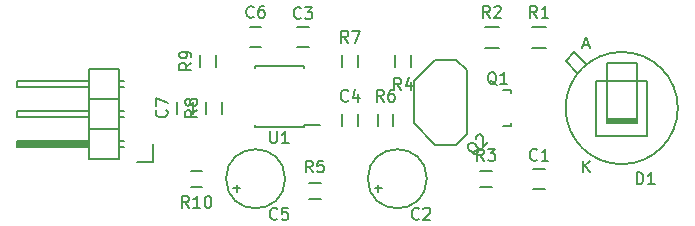
<source format=gto>
G04 #@! TF.FileFunction,Legend,Top*
%FSLAX46Y46*%
G04 Gerber Fmt 4.6, Leading zero omitted, Abs format (unit mm)*
G04 Created by KiCad (PCBNEW (2015-01-16 BZR 5376)-product) date 13/04/2015 08:52:01*
%MOMM*%
G01*
G04 APERTURE LIST*
%ADD10C,0.100000*%
%ADD11C,0.150000*%
G04 APERTURE END LIST*
D10*
D11*
X73100080Y-61784100D02*
X73699520Y-61784100D01*
X73399800Y-62083820D02*
X73399800Y-61484380D01*
X77499360Y-60984000D02*
G75*
G03X77499360Y-60984000I-2499360J0D01*
G01*
X66500000Y-49850000D02*
X67500000Y-49850000D01*
X67500000Y-48150000D02*
X66500000Y-48150000D01*
X63500000Y-48150000D02*
X62500000Y-48150000D01*
X62500000Y-49850000D02*
X63500000Y-49850000D01*
X84650240Y-56299160D02*
X84650240Y-56250900D01*
X83949200Y-53500180D02*
X84650240Y-53500180D01*
X84650240Y-53500180D02*
X84650240Y-53749100D01*
X84650240Y-56299160D02*
X84650240Y-56499820D01*
X84650240Y-56499820D02*
X83949200Y-56499820D01*
X67075000Y-56575000D02*
X67075000Y-56430000D01*
X62925000Y-56575000D02*
X62925000Y-56430000D01*
X62925000Y-51425000D02*
X62925000Y-51570000D01*
X67075000Y-51425000D02*
X67075000Y-51570000D01*
X67075000Y-56575000D02*
X62925000Y-56575000D01*
X67075000Y-51425000D02*
X62925000Y-51425000D01*
X67075000Y-56430000D02*
X68475000Y-56430000D01*
X87500000Y-60150000D02*
X86500000Y-60150000D01*
X86500000Y-61850000D02*
X87500000Y-61850000D01*
X61100080Y-61784100D02*
X61699520Y-61784100D01*
X61399800Y-62083820D02*
X61399800Y-61484380D01*
X65499360Y-60984000D02*
G75*
G03X65499360Y-60984000I-2499360J0D01*
G01*
X87600000Y-49875000D02*
X86400000Y-49875000D01*
X86400000Y-48125000D02*
X87600000Y-48125000D01*
X83600000Y-49875000D02*
X82400000Y-49875000D01*
X82400000Y-48125000D02*
X83600000Y-48125000D01*
X92730000Y-56016000D02*
X95270000Y-56016000D01*
X95270000Y-56016000D02*
X95270000Y-56143000D01*
X95270000Y-56143000D02*
X92730000Y-56143000D01*
X92730000Y-55889000D02*
X95270000Y-55889000D01*
X95270000Y-56270000D02*
X92730000Y-56270000D01*
X92730000Y-56270000D02*
X92730000Y-51190000D01*
X92730000Y-51190000D02*
X95270000Y-51190000D01*
X95270000Y-51190000D02*
X95270000Y-56270000D01*
X91000000Y-51250000D02*
X90000000Y-50250000D01*
X90000000Y-50250000D02*
X89250000Y-51000000D01*
X89250000Y-51000000D02*
X90250000Y-52000000D01*
X98750000Y-55000000D02*
G75*
G03X98750000Y-55000000I-4750000J0D01*
G01*
X91850000Y-52675000D02*
X91850000Y-57325000D01*
X91850000Y-52675000D02*
X96150000Y-52675000D01*
X96150000Y-52675000D02*
X96150000Y-57325000D01*
X96150000Y-57325000D02*
X91875000Y-57325000D01*
X71675000Y-55500000D02*
X71675000Y-56500000D01*
X70325000Y-56500000D02*
X70325000Y-55500000D01*
X57675000Y-54500000D02*
X57675000Y-55500000D01*
X56325000Y-55500000D02*
X56325000Y-54500000D01*
X83000000Y-61675000D02*
X82000000Y-61675000D01*
X82000000Y-60325000D02*
X83000000Y-60325000D01*
X74825000Y-51500000D02*
X74825000Y-50500000D01*
X76175000Y-50500000D02*
X76175000Y-51500000D01*
X68500000Y-62675000D02*
X67500000Y-62675000D01*
X67500000Y-61325000D02*
X68500000Y-61325000D01*
X74675000Y-55500000D02*
X74675000Y-56500000D01*
X73325000Y-56500000D02*
X73325000Y-55500000D01*
X71675000Y-50500000D02*
X71675000Y-51500000D01*
X70325000Y-51500000D02*
X70325000Y-50500000D01*
X60175000Y-54500000D02*
X60175000Y-55500000D01*
X58825000Y-55500000D02*
X58825000Y-54500000D01*
X59675000Y-50500000D02*
X59675000Y-51500000D01*
X58325000Y-51500000D02*
X58325000Y-50500000D01*
X58500000Y-61675000D02*
X57500000Y-61675000D01*
X57500000Y-60325000D02*
X58500000Y-60325000D01*
X80898026Y-57194077D02*
X80898026Y-51805923D01*
X80898026Y-51805923D02*
X80000000Y-50907898D01*
X80000000Y-50907898D02*
X78203949Y-50907898D01*
X78203949Y-50907898D02*
X76407898Y-52703949D01*
X76407898Y-52703949D02*
X76407898Y-56296051D01*
X76407898Y-56296051D02*
X78203949Y-58092102D01*
X78203949Y-58092102D02*
X80000000Y-58092102D01*
X80000000Y-58092102D02*
X80898026Y-57194077D01*
X54300000Y-59550000D02*
X54300000Y-58000000D01*
X53000000Y-59550000D02*
X54300000Y-59550000D01*
X48809000Y-58127000D02*
X42967000Y-58127000D01*
X42967000Y-58127000D02*
X42967000Y-57873000D01*
X42967000Y-57873000D02*
X48809000Y-57873000D01*
X48809000Y-57873000D02*
X48809000Y-58000000D01*
X48809000Y-58000000D02*
X42967000Y-58000000D01*
X51476000Y-58254000D02*
X51857000Y-58254000D01*
X51476000Y-57746000D02*
X51857000Y-57746000D01*
X51476000Y-55714000D02*
X51857000Y-55714000D01*
X51476000Y-55206000D02*
X51857000Y-55206000D01*
X51476000Y-53174000D02*
X51857000Y-53174000D01*
X51476000Y-52666000D02*
X51857000Y-52666000D01*
X48936000Y-56730000D02*
X48936000Y-59270000D01*
X42840000Y-57746000D02*
X48936000Y-57746000D01*
X42840000Y-58254000D02*
X42840000Y-57746000D01*
X48936000Y-58254000D02*
X42840000Y-58254000D01*
X51476000Y-56730000D02*
X48936000Y-56730000D01*
X51476000Y-59270000D02*
X51476000Y-56730000D01*
X51476000Y-59270000D02*
X48936000Y-59270000D01*
X51476000Y-54190000D02*
X48936000Y-54190000D01*
X51476000Y-54190000D02*
X51476000Y-51650000D01*
X48936000Y-53174000D02*
X42840000Y-53174000D01*
X42840000Y-53174000D02*
X42840000Y-52666000D01*
X42840000Y-52666000D02*
X48936000Y-52666000D01*
X48936000Y-51650000D02*
X48936000Y-54190000D01*
X48936000Y-54190000D02*
X48936000Y-56730000D01*
X42840000Y-55206000D02*
X48936000Y-55206000D01*
X42840000Y-55714000D02*
X42840000Y-55206000D01*
X48936000Y-55714000D02*
X42840000Y-55714000D01*
X51476000Y-54190000D02*
X48936000Y-54190000D01*
X51476000Y-56730000D02*
X51476000Y-54190000D01*
X51476000Y-56730000D02*
X48936000Y-56730000D01*
X51476000Y-51650000D02*
X48936000Y-51650000D01*
X76833334Y-64357143D02*
X76785715Y-64404762D01*
X76642858Y-64452381D01*
X76547620Y-64452381D01*
X76404762Y-64404762D01*
X76309524Y-64309524D01*
X76261905Y-64214286D01*
X76214286Y-64023810D01*
X76214286Y-63880952D01*
X76261905Y-63690476D01*
X76309524Y-63595238D01*
X76404762Y-63500000D01*
X76547620Y-63452381D01*
X76642858Y-63452381D01*
X76785715Y-63500000D01*
X76833334Y-63547619D01*
X77214286Y-63547619D02*
X77261905Y-63500000D01*
X77357143Y-63452381D01*
X77595239Y-63452381D01*
X77690477Y-63500000D01*
X77738096Y-63547619D01*
X77785715Y-63642857D01*
X77785715Y-63738095D01*
X77738096Y-63880952D01*
X77166667Y-64452381D01*
X77785715Y-64452381D01*
X66833334Y-47357143D02*
X66785715Y-47404762D01*
X66642858Y-47452381D01*
X66547620Y-47452381D01*
X66404762Y-47404762D01*
X66309524Y-47309524D01*
X66261905Y-47214286D01*
X66214286Y-47023810D01*
X66214286Y-46880952D01*
X66261905Y-46690476D01*
X66309524Y-46595238D01*
X66404762Y-46500000D01*
X66547620Y-46452381D01*
X66642858Y-46452381D01*
X66785715Y-46500000D01*
X66833334Y-46547619D01*
X67166667Y-46452381D02*
X67785715Y-46452381D01*
X67452381Y-46833333D01*
X67595239Y-46833333D01*
X67690477Y-46880952D01*
X67738096Y-46928571D01*
X67785715Y-47023810D01*
X67785715Y-47261905D01*
X67738096Y-47357143D01*
X67690477Y-47404762D01*
X67595239Y-47452381D01*
X67309524Y-47452381D01*
X67214286Y-47404762D01*
X67166667Y-47357143D01*
X62833334Y-47257143D02*
X62785715Y-47304762D01*
X62642858Y-47352381D01*
X62547620Y-47352381D01*
X62404762Y-47304762D01*
X62309524Y-47209524D01*
X62261905Y-47114286D01*
X62214286Y-46923810D01*
X62214286Y-46780952D01*
X62261905Y-46590476D01*
X62309524Y-46495238D01*
X62404762Y-46400000D01*
X62547620Y-46352381D01*
X62642858Y-46352381D01*
X62785715Y-46400000D01*
X62833334Y-46447619D01*
X63690477Y-46352381D02*
X63500000Y-46352381D01*
X63404762Y-46400000D01*
X63357143Y-46447619D01*
X63261905Y-46590476D01*
X63214286Y-46780952D01*
X63214286Y-47161905D01*
X63261905Y-47257143D01*
X63309524Y-47304762D01*
X63404762Y-47352381D01*
X63595239Y-47352381D01*
X63690477Y-47304762D01*
X63738096Y-47257143D01*
X63785715Y-47161905D01*
X63785715Y-46923810D01*
X63738096Y-46828571D01*
X63690477Y-46780952D01*
X63595239Y-46733333D01*
X63404762Y-46733333D01*
X63309524Y-46780952D01*
X63261905Y-46828571D01*
X63214286Y-46923810D01*
X83404762Y-53047619D02*
X83309524Y-53000000D01*
X83214286Y-52904762D01*
X83071429Y-52761905D01*
X82976190Y-52714286D01*
X82880952Y-52714286D01*
X82928571Y-52952381D02*
X82833333Y-52904762D01*
X82738095Y-52809524D01*
X82690476Y-52619048D01*
X82690476Y-52285714D01*
X82738095Y-52095238D01*
X82833333Y-52000000D01*
X82928571Y-51952381D01*
X83119048Y-51952381D01*
X83214286Y-52000000D01*
X83309524Y-52095238D01*
X83357143Y-52285714D01*
X83357143Y-52619048D01*
X83309524Y-52809524D01*
X83214286Y-52904762D01*
X83119048Y-52952381D01*
X82928571Y-52952381D01*
X84309524Y-52952381D02*
X83738095Y-52952381D01*
X84023809Y-52952381D02*
X84023809Y-51952381D01*
X83928571Y-52095238D01*
X83833333Y-52190476D01*
X83738095Y-52238095D01*
X64238095Y-56952381D02*
X64238095Y-57761905D01*
X64285714Y-57857143D01*
X64333333Y-57904762D01*
X64428571Y-57952381D01*
X64619048Y-57952381D01*
X64714286Y-57904762D01*
X64761905Y-57857143D01*
X64809524Y-57761905D01*
X64809524Y-56952381D01*
X65809524Y-57952381D02*
X65238095Y-57952381D01*
X65523809Y-57952381D02*
X65523809Y-56952381D01*
X65428571Y-57095238D01*
X65333333Y-57190476D01*
X65238095Y-57238095D01*
X86833334Y-59357143D02*
X86785715Y-59404762D01*
X86642858Y-59452381D01*
X86547620Y-59452381D01*
X86404762Y-59404762D01*
X86309524Y-59309524D01*
X86261905Y-59214286D01*
X86214286Y-59023810D01*
X86214286Y-58880952D01*
X86261905Y-58690476D01*
X86309524Y-58595238D01*
X86404762Y-58500000D01*
X86547620Y-58452381D01*
X86642858Y-58452381D01*
X86785715Y-58500000D01*
X86833334Y-58547619D01*
X87785715Y-59452381D02*
X87214286Y-59452381D01*
X87500000Y-59452381D02*
X87500000Y-58452381D01*
X87404762Y-58595238D01*
X87309524Y-58690476D01*
X87214286Y-58738095D01*
X64833334Y-64357143D02*
X64785715Y-64404762D01*
X64642858Y-64452381D01*
X64547620Y-64452381D01*
X64404762Y-64404762D01*
X64309524Y-64309524D01*
X64261905Y-64214286D01*
X64214286Y-64023810D01*
X64214286Y-63880952D01*
X64261905Y-63690476D01*
X64309524Y-63595238D01*
X64404762Y-63500000D01*
X64547620Y-63452381D01*
X64642858Y-63452381D01*
X64785715Y-63500000D01*
X64833334Y-63547619D01*
X65738096Y-63452381D02*
X65261905Y-63452381D01*
X65214286Y-63928571D01*
X65261905Y-63880952D01*
X65357143Y-63833333D01*
X65595239Y-63833333D01*
X65690477Y-63880952D01*
X65738096Y-63928571D01*
X65785715Y-64023810D01*
X65785715Y-64261905D01*
X65738096Y-64357143D01*
X65690477Y-64404762D01*
X65595239Y-64452381D01*
X65357143Y-64452381D01*
X65261905Y-64404762D01*
X65214286Y-64357143D01*
X86833334Y-47352381D02*
X86500000Y-46876190D01*
X86261905Y-47352381D02*
X86261905Y-46352381D01*
X86642858Y-46352381D01*
X86738096Y-46400000D01*
X86785715Y-46447619D01*
X86833334Y-46542857D01*
X86833334Y-46685714D01*
X86785715Y-46780952D01*
X86738096Y-46828571D01*
X86642858Y-46876190D01*
X86261905Y-46876190D01*
X87785715Y-47352381D02*
X87214286Y-47352381D01*
X87500000Y-47352381D02*
X87500000Y-46352381D01*
X87404762Y-46495238D01*
X87309524Y-46590476D01*
X87214286Y-46638095D01*
X82833334Y-47352381D02*
X82500000Y-46876190D01*
X82261905Y-47352381D02*
X82261905Y-46352381D01*
X82642858Y-46352381D01*
X82738096Y-46400000D01*
X82785715Y-46447619D01*
X82833334Y-46542857D01*
X82833334Y-46685714D01*
X82785715Y-46780952D01*
X82738096Y-46828571D01*
X82642858Y-46876190D01*
X82261905Y-46876190D01*
X83214286Y-46447619D02*
X83261905Y-46400000D01*
X83357143Y-46352381D01*
X83595239Y-46352381D01*
X83690477Y-46400000D01*
X83738096Y-46447619D01*
X83785715Y-46542857D01*
X83785715Y-46638095D01*
X83738096Y-46780952D01*
X83166667Y-47352381D01*
X83785715Y-47352381D01*
X95261905Y-61452381D02*
X95261905Y-60452381D01*
X95500000Y-60452381D01*
X95642858Y-60500000D01*
X95738096Y-60595238D01*
X95785715Y-60690476D01*
X95833334Y-60880952D01*
X95833334Y-61023810D01*
X95785715Y-61214286D01*
X95738096Y-61309524D01*
X95642858Y-61404762D01*
X95500000Y-61452381D01*
X95261905Y-61452381D01*
X96785715Y-61452381D02*
X96214286Y-61452381D01*
X96500000Y-61452381D02*
X96500000Y-60452381D01*
X96404762Y-60595238D01*
X96309524Y-60690476D01*
X96214286Y-60738095D01*
X90761905Y-49666667D02*
X91238096Y-49666667D01*
X90666667Y-49952381D02*
X91000000Y-48952381D01*
X91333334Y-49952381D01*
X90738095Y-60452381D02*
X90738095Y-59452381D01*
X91309524Y-60452381D02*
X90880952Y-59880952D01*
X91309524Y-59452381D02*
X90738095Y-60023810D01*
X70833334Y-54357143D02*
X70785715Y-54404762D01*
X70642858Y-54452381D01*
X70547620Y-54452381D01*
X70404762Y-54404762D01*
X70309524Y-54309524D01*
X70261905Y-54214286D01*
X70214286Y-54023810D01*
X70214286Y-53880952D01*
X70261905Y-53690476D01*
X70309524Y-53595238D01*
X70404762Y-53500000D01*
X70547620Y-53452381D01*
X70642858Y-53452381D01*
X70785715Y-53500000D01*
X70833334Y-53547619D01*
X71690477Y-53785714D02*
X71690477Y-54452381D01*
X71452381Y-53404762D02*
X71214286Y-54119048D01*
X71833334Y-54119048D01*
X55457143Y-55166666D02*
X55504762Y-55214285D01*
X55552381Y-55357142D01*
X55552381Y-55452380D01*
X55504762Y-55595238D01*
X55409524Y-55690476D01*
X55314286Y-55738095D01*
X55123810Y-55785714D01*
X54980952Y-55785714D01*
X54790476Y-55738095D01*
X54695238Y-55690476D01*
X54600000Y-55595238D01*
X54552381Y-55452380D01*
X54552381Y-55357142D01*
X54600000Y-55214285D01*
X54647619Y-55166666D01*
X54552381Y-54833333D02*
X54552381Y-54166666D01*
X55552381Y-54595238D01*
X82333334Y-59452381D02*
X82000000Y-58976190D01*
X81761905Y-59452381D02*
X81761905Y-58452381D01*
X82142858Y-58452381D01*
X82238096Y-58500000D01*
X82285715Y-58547619D01*
X82333334Y-58642857D01*
X82333334Y-58785714D01*
X82285715Y-58880952D01*
X82238096Y-58928571D01*
X82142858Y-58976190D01*
X81761905Y-58976190D01*
X82666667Y-58452381D02*
X83285715Y-58452381D01*
X82952381Y-58833333D01*
X83095239Y-58833333D01*
X83190477Y-58880952D01*
X83238096Y-58928571D01*
X83285715Y-59023810D01*
X83285715Y-59261905D01*
X83238096Y-59357143D01*
X83190477Y-59404762D01*
X83095239Y-59452381D01*
X82809524Y-59452381D01*
X82714286Y-59404762D01*
X82666667Y-59357143D01*
X75333334Y-53452381D02*
X75000000Y-52976190D01*
X74761905Y-53452381D02*
X74761905Y-52452381D01*
X75142858Y-52452381D01*
X75238096Y-52500000D01*
X75285715Y-52547619D01*
X75333334Y-52642857D01*
X75333334Y-52785714D01*
X75285715Y-52880952D01*
X75238096Y-52928571D01*
X75142858Y-52976190D01*
X74761905Y-52976190D01*
X76190477Y-52785714D02*
X76190477Y-53452381D01*
X75952381Y-52404762D02*
X75714286Y-53119048D01*
X76333334Y-53119048D01*
X67833334Y-60452381D02*
X67500000Y-59976190D01*
X67261905Y-60452381D02*
X67261905Y-59452381D01*
X67642858Y-59452381D01*
X67738096Y-59500000D01*
X67785715Y-59547619D01*
X67833334Y-59642857D01*
X67833334Y-59785714D01*
X67785715Y-59880952D01*
X67738096Y-59928571D01*
X67642858Y-59976190D01*
X67261905Y-59976190D01*
X68738096Y-59452381D02*
X68261905Y-59452381D01*
X68214286Y-59928571D01*
X68261905Y-59880952D01*
X68357143Y-59833333D01*
X68595239Y-59833333D01*
X68690477Y-59880952D01*
X68738096Y-59928571D01*
X68785715Y-60023810D01*
X68785715Y-60261905D01*
X68738096Y-60357143D01*
X68690477Y-60404762D01*
X68595239Y-60452381D01*
X68357143Y-60452381D01*
X68261905Y-60404762D01*
X68214286Y-60357143D01*
X73833334Y-54452381D02*
X73500000Y-53976190D01*
X73261905Y-54452381D02*
X73261905Y-53452381D01*
X73642858Y-53452381D01*
X73738096Y-53500000D01*
X73785715Y-53547619D01*
X73833334Y-53642857D01*
X73833334Y-53785714D01*
X73785715Y-53880952D01*
X73738096Y-53928571D01*
X73642858Y-53976190D01*
X73261905Y-53976190D01*
X74690477Y-53452381D02*
X74500000Y-53452381D01*
X74404762Y-53500000D01*
X74357143Y-53547619D01*
X74261905Y-53690476D01*
X74214286Y-53880952D01*
X74214286Y-54261905D01*
X74261905Y-54357143D01*
X74309524Y-54404762D01*
X74404762Y-54452381D01*
X74595239Y-54452381D01*
X74690477Y-54404762D01*
X74738096Y-54357143D01*
X74785715Y-54261905D01*
X74785715Y-54023810D01*
X74738096Y-53928571D01*
X74690477Y-53880952D01*
X74595239Y-53833333D01*
X74404762Y-53833333D01*
X74309524Y-53880952D01*
X74261905Y-53928571D01*
X74214286Y-54023810D01*
X70833334Y-49452381D02*
X70500000Y-48976190D01*
X70261905Y-49452381D02*
X70261905Y-48452381D01*
X70642858Y-48452381D01*
X70738096Y-48500000D01*
X70785715Y-48547619D01*
X70833334Y-48642857D01*
X70833334Y-48785714D01*
X70785715Y-48880952D01*
X70738096Y-48928571D01*
X70642858Y-48976190D01*
X70261905Y-48976190D01*
X71166667Y-48452381D02*
X71833334Y-48452381D01*
X71404762Y-49452381D01*
X58052381Y-55166666D02*
X57576190Y-55500000D01*
X58052381Y-55738095D02*
X57052381Y-55738095D01*
X57052381Y-55357142D01*
X57100000Y-55261904D01*
X57147619Y-55214285D01*
X57242857Y-55166666D01*
X57385714Y-55166666D01*
X57480952Y-55214285D01*
X57528571Y-55261904D01*
X57576190Y-55357142D01*
X57576190Y-55738095D01*
X57480952Y-54595238D02*
X57433333Y-54690476D01*
X57385714Y-54738095D01*
X57290476Y-54785714D01*
X57242857Y-54785714D01*
X57147619Y-54738095D01*
X57100000Y-54690476D01*
X57052381Y-54595238D01*
X57052381Y-54404761D01*
X57100000Y-54309523D01*
X57147619Y-54261904D01*
X57242857Y-54214285D01*
X57290476Y-54214285D01*
X57385714Y-54261904D01*
X57433333Y-54309523D01*
X57480952Y-54404761D01*
X57480952Y-54595238D01*
X57528571Y-54690476D01*
X57576190Y-54738095D01*
X57671429Y-54785714D01*
X57861905Y-54785714D01*
X57957143Y-54738095D01*
X58004762Y-54690476D01*
X58052381Y-54595238D01*
X58052381Y-54404761D01*
X58004762Y-54309523D01*
X57957143Y-54261904D01*
X57861905Y-54214285D01*
X57671429Y-54214285D01*
X57576190Y-54261904D01*
X57528571Y-54309523D01*
X57480952Y-54404761D01*
X57552381Y-51166666D02*
X57076190Y-51500000D01*
X57552381Y-51738095D02*
X56552381Y-51738095D01*
X56552381Y-51357142D01*
X56600000Y-51261904D01*
X56647619Y-51214285D01*
X56742857Y-51166666D01*
X56885714Y-51166666D01*
X56980952Y-51214285D01*
X57028571Y-51261904D01*
X57076190Y-51357142D01*
X57076190Y-51738095D01*
X57552381Y-50690476D02*
X57552381Y-50500000D01*
X57504762Y-50404761D01*
X57457143Y-50357142D01*
X57314286Y-50261904D01*
X57123810Y-50214285D01*
X56742857Y-50214285D01*
X56647619Y-50261904D01*
X56600000Y-50309523D01*
X56552381Y-50404761D01*
X56552381Y-50595238D01*
X56600000Y-50690476D01*
X56647619Y-50738095D01*
X56742857Y-50785714D01*
X56980952Y-50785714D01*
X57076190Y-50738095D01*
X57123810Y-50690476D01*
X57171429Y-50595238D01*
X57171429Y-50404761D01*
X57123810Y-50309523D01*
X57076190Y-50261904D01*
X56980952Y-50214285D01*
X57357143Y-63452381D02*
X57023809Y-62976190D01*
X56785714Y-63452381D02*
X56785714Y-62452381D01*
X57166667Y-62452381D01*
X57261905Y-62500000D01*
X57309524Y-62547619D01*
X57357143Y-62642857D01*
X57357143Y-62785714D01*
X57309524Y-62880952D01*
X57261905Y-62928571D01*
X57166667Y-62976190D01*
X56785714Y-62976190D01*
X58309524Y-63452381D02*
X57738095Y-63452381D01*
X58023809Y-63452381D02*
X58023809Y-62452381D01*
X57928571Y-62595238D01*
X57833333Y-62690476D01*
X57738095Y-62738095D01*
X58928571Y-62452381D02*
X59023810Y-62452381D01*
X59119048Y-62500000D01*
X59166667Y-62547619D01*
X59214286Y-62642857D01*
X59261905Y-62833333D01*
X59261905Y-63071429D01*
X59214286Y-63261905D01*
X59166667Y-63357143D01*
X59119048Y-63404762D01*
X59023810Y-63452381D01*
X58928571Y-63452381D01*
X58833333Y-63404762D01*
X58785714Y-63357143D01*
X58738095Y-63261905D01*
X58690476Y-63071429D01*
X58690476Y-62833333D01*
X58738095Y-62642857D01*
X58785714Y-62547619D01*
X58833333Y-62500000D01*
X58928571Y-62452381D01*
X82115933Y-58546671D02*
X82014918Y-58580342D01*
X81880231Y-58580342D01*
X81678200Y-58580342D01*
X81577184Y-58614015D01*
X81509841Y-58681358D01*
X81711871Y-58816045D02*
X81610856Y-58849717D01*
X81476169Y-58849717D01*
X81307811Y-58748702D01*
X81072108Y-58512999D01*
X80971093Y-58344640D01*
X80971093Y-58209953D01*
X81004765Y-58108938D01*
X81139452Y-57974251D01*
X81240467Y-57940579D01*
X81375154Y-57940579D01*
X81543513Y-58041594D01*
X81779215Y-58277297D01*
X81880231Y-58445655D01*
X81880231Y-58580342D01*
X81846559Y-58681357D01*
X81711871Y-58816045D01*
X81644528Y-57603862D02*
X81644528Y-57536518D01*
X81678200Y-57435503D01*
X81846559Y-57267144D01*
X81947574Y-57233472D01*
X82014918Y-57233472D01*
X82115933Y-57267144D01*
X82183276Y-57334487D01*
X82250620Y-57469174D01*
X82250620Y-58277297D01*
X82688353Y-57839564D01*
M02*

</source>
